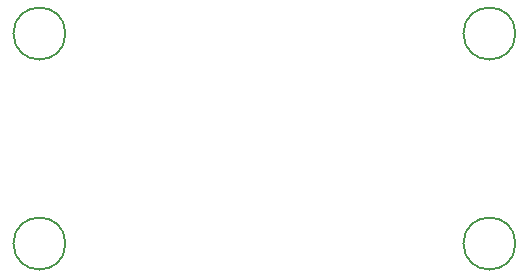
<source format=gbr>
%TF.GenerationSoftware,KiCad,Pcbnew,7.0.3*%
%TF.CreationDate,2023-05-17T00:12:26+01:00*%
%TF.ProjectId,MoonPad,4d6f6f6e-5061-4642-9e6b-696361645f70,rev?*%
%TF.SameCoordinates,Original*%
%TF.FileFunction,Other,Comment*%
%FSLAX46Y46*%
G04 Gerber Fmt 4.6, Leading zero omitted, Abs format (unit mm)*
G04 Created by KiCad (PCBNEW 7.0.3) date 2023-05-17 00:12:26*
%MOMM*%
%LPD*%
G01*
G04 APERTURE LIST*
%ADD10C,0.150000*%
G04 APERTURE END LIST*
D10*
%TO.C,H2*%
X167300000Y-96520000D02*
G75*
G03*
X167300000Y-96520000I-2200000J0D01*
G01*
%TO.C,H4*%
X167300000Y-114300000D02*
G75*
G03*
X167300000Y-114300000I-2200000J0D01*
G01*
%TO.C,H3*%
X129200000Y-114300000D02*
G75*
G03*
X129200000Y-114300000I-2200000J0D01*
G01*
%TO.C,H1*%
X129200000Y-96520000D02*
G75*
G03*
X129200000Y-96520000I-2200000J0D01*
G01*
%TD*%
M02*

</source>
